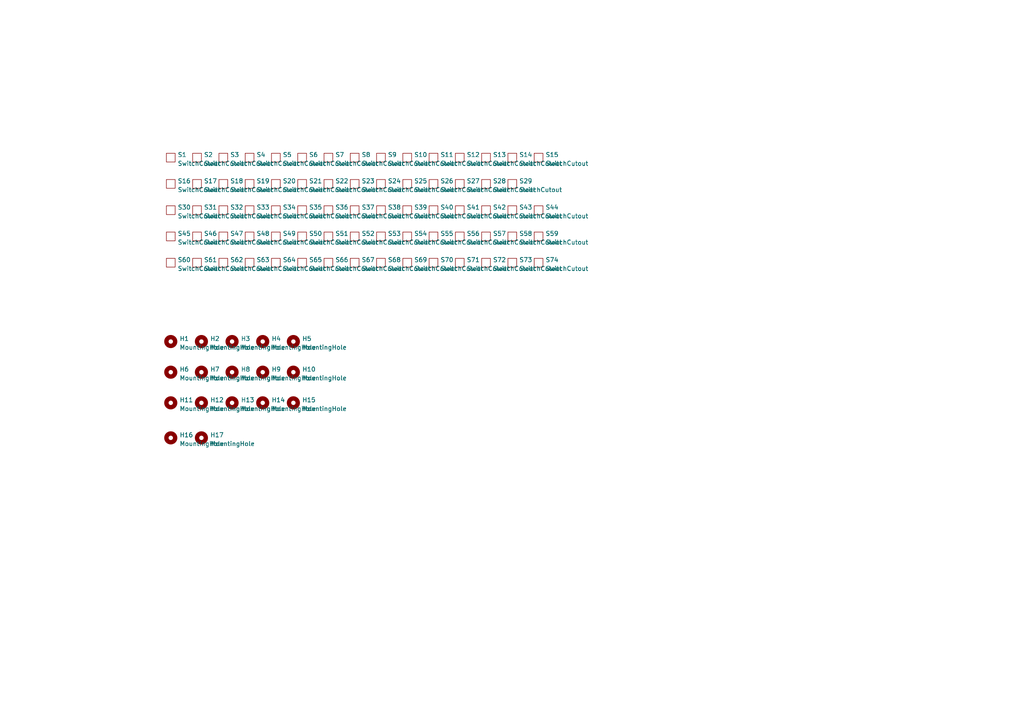
<source format=kicad_sch>
(kicad_sch (version 20211123) (generator eeschema)
  (paper "A4")
  (lib_symbols
    (symbol "Mechanical:MountingHole" (pin_names (offset 1.016))
      (property "Reference" "H" (at 0 5.08 0))
      (property "Value" "MountingHole" (at 0 3.175 0))
      (symbol "MountingHole_0_1"
        (circle (center 0 0) (radius 1.27) (stroke (width 1.27)))
      )
    )
    (symbol "MySym:SwitchCutout"
      (property "Reference" "S" (at 0 2.54 0))
      (property "Value" "SwitchCutout" (at 0 -2.54 0))
      (symbol "SwitchCutout_0_1"
        (rectangle (start -1.27 1.27) (end 1.27 -1.27) (stroke (width 0.1524)))
      )
    )
  )
  (symbol (lib_id "MySym:SwitchCutout") (at 80.01 45.72 0) (unit 1)
    (property "Reference" "S5" (at 81.9912 44.8853 0) (effects (justify left)))
    (property "Value" "SwitchCutout" (at 81.9912 47.4222 0) (effects (justify left)))
    (property "Footprint" "MyFootprints:Switch_Cutout" (effects hide))
  )
  (symbol (lib_id "MySym:SwitchCutout") (at 64.77 68.58 0) (unit 1)
    (property "Reference" "S47" (at 66.7512 67.7453 0) (effects (justify left)))
    (property "Value" "SwitchCutout" (at 66.7512 70.2822 0) (effects (justify left)))
    (property "Footprint" "MyFootprints:Switch_Cutout" (effects hide))
  )
  (symbol (lib_id "MySym:SwitchCutout") (at 133.35 76.2 0) (unit 1)
    (property "Reference" "S71" (at 135.3312 75.3653 0) (effects (justify left)))
    (property "Value" "SwitchCutout" (at 135.3312 77.9022 0) (effects (justify left)))
    (property "Footprint" "MyFootprints:Switch_Cutout" (effects hide))
  )
  (symbol (lib_id "MySym:SwitchCutout") (at 87.63 53.34 0) (unit 1)
    (property "Reference" "S21" (at 89.6112 52.5053 0) (effects (justify left)))
    (property "Value" "SwitchCutout" (at 89.6112 55.0422 0) (effects (justify left)))
    (property "Footprint" "MyFootprints:Switch_Cutout" (effects hide))
  )
  (symbol (lib_id "Mechanical:MountingHole") (at 85.09 99.06 0) (unit 1)
    (property "Reference" "H5" (at 87.63 98.2253 0) (effects (justify left)))
    (property "Value" "MountingHole" (at 87.63 100.7622 0) (effects (justify left)))
    (property "Footprint" "MyFootprints:MountingHole_1.7mm_M1.6_Pad" (effects hide))
  )
  (symbol (lib_id "MySym:SwitchCutout") (at 64.77 76.2 0) (unit 1)
    (property "Reference" "S62" (at 66.7512 75.3653 0) (effects (justify left)))
    (property "Value" "SwitchCutout" (at 66.7512 77.9022 0) (effects (justify left)))
    (property "Footprint" "MyFootprints:Switch_Cutout" (effects hide))
  )
  (symbol (lib_id "MySym:SwitchCutout") (at 156.21 45.72 0) (unit 1)
    (property "Reference" "S15" (at 158.1912 44.8853 0) (effects (justify left)))
    (property "Value" "SwitchCutout" (at 158.1912 47.4222 0) (effects (justify left)))
    (property "Footprint" "MyFootprints:Switch_Cutout" (effects hide))
  )
  (symbol (lib_id "MySym:SwitchCutout") (at 125.73 68.58 0) (unit 1)
    (property "Reference" "S55" (at 127.7112 67.7453 0) (effects (justify left)))
    (property "Value" "SwitchCutout" (at 127.7112 70.2822 0) (effects (justify left)))
    (property "Footprint" "MyFootprints:Switch_Cutout" (effects hide))
  )
  (symbol (lib_id "MySym:SwitchCutout") (at 64.77 60.96 0) (unit 1)
    (property "Reference" "S32" (at 66.7512 60.1253 0) (effects (justify left)))
    (property "Value" "SwitchCutout" (at 66.7512 62.6622 0) (effects (justify left)))
    (property "Footprint" "MyFootprints:Switch_Cutout" (effects hide))
  )
  (symbol (lib_id "MySym:SwitchCutout") (at 57.15 76.2 0) (unit 1)
    (property "Reference" "S61" (at 59.1312 75.3653 0) (effects (justify left)))
    (property "Value" "SwitchCutout" (at 59.1312 77.9022 0) (effects (justify left)))
    (property "Footprint" "MyFootprints:Switch_Cutout" (effects hide))
  )
  (symbol (lib_id "MySym:SwitchCutout") (at 148.59 45.72 0) (unit 1)
    (property "Reference" "S14" (at 150.5712 44.8853 0) (effects (justify left)))
    (property "Value" "SwitchCutout" (at 150.5712 47.4222 0) (effects (justify left)))
    (property "Footprint" "MyFootprints:Switch_Cutout" (effects hide))
  )
  (symbol (lib_id "MySym:SwitchCutout") (at 72.39 60.96 0) (unit 1)
    (property "Reference" "S33" (at 74.3712 60.1253 0) (effects (justify left)))
    (property "Value" "SwitchCutout" (at 74.3712 62.6622 0) (effects (justify left)))
    (property "Footprint" "MyFootprints:Switch_Cutout" (effects hide))
  )
  (symbol (lib_id "Mechanical:MountingHole") (at 58.42 99.06 0) (unit 1)
    (property "Reference" "H2" (at 60.96 98.2253 0) (effects (justify left)))
    (property "Value" "MountingHole" (at 60.96 100.7622 0) (effects (justify left)))
    (property "Footprint" "MyFootprints:MountingHole_1.7mm_M1.6_Pad" (effects hide))
  )
  (symbol (lib_id "Mechanical:MountingHole") (at 67.31 107.95 0) (unit 1)
    (property "Reference" "H8" (at 69.85 107.1153 0) (effects (justify left)))
    (property "Value" "MountingHole" (at 69.85 109.6522 0) (effects (justify left)))
    (property "Footprint" "MyFootprints:MountingHole_1.7mm_M1.6_Pad" (effects hide))
  )
  (symbol (lib_id "MySym:SwitchCutout") (at 156.21 76.2 0) (unit 1)
    (property "Reference" "S74" (at 158.1912 75.3653 0) (effects (justify left)))
    (property "Value" "SwitchCutout" (at 158.1912 77.9022 0) (effects (justify left)))
    (property "Footprint" "MyFootprints:Switch_Cutout" (effects hide))
  )
  (symbol (lib_id "MySym:SwitchCutout") (at 95.25 60.96 0) (unit 1)
    (property "Reference" "S36" (at 97.2312 60.1253 0) (effects (justify left)))
    (property "Value" "SwitchCutout" (at 97.2312 62.6622 0) (effects (justify left)))
    (property "Footprint" "MyFootprints:Switch_Cutout" (effects hide))
  )
  (symbol (lib_id "MySym:SwitchCutout") (at 72.39 68.58 0) (unit 1)
    (property "Reference" "S48" (at 74.3712 67.7453 0) (effects (justify left)))
    (property "Value" "SwitchCutout" (at 74.3712 70.2822 0) (effects (justify left)))
    (property "Footprint" "MyFootprints:Switch_Cutout" (effects hide))
  )
  (symbol (lib_id "MySym:SwitchCutout") (at 95.25 53.34 0) (unit 1)
    (property "Reference" "S22" (at 97.2312 52.5053 0) (effects (justify left)))
    (property "Value" "SwitchCutout" (at 97.2312 55.0422 0) (effects (justify left)))
    (property "Footprint" "MyFootprints:Switch_Cutout" (effects hide))
  )
  (symbol (lib_id "MySym:SwitchCutout") (at 57.15 68.58 0) (unit 1)
    (property "Reference" "S46" (at 59.1312 67.7453 0) (effects (justify left)))
    (property "Value" "SwitchCutout" (at 59.1312 70.2822 0) (effects (justify left)))
    (property "Footprint" "MyFootprints:Switch_Cutout" (effects hide))
  )
  (symbol (lib_id "MySym:SwitchCutout") (at 102.87 53.34 0) (unit 1)
    (property "Reference" "S23" (at 104.8512 52.5053 0) (effects (justify left)))
    (property "Value" "SwitchCutout" (at 104.8512 55.0422 0) (effects (justify left)))
    (property "Footprint" "MyFootprints:Switch_Cutout" (effects hide))
  )
  (symbol (lib_id "MySym:SwitchCutout") (at 87.63 76.2 0) (unit 1)
    (property "Reference" "S65" (at 89.6112 75.3653 0) (effects (justify left)))
    (property "Value" "SwitchCutout" (at 89.6112 77.9022 0) (effects (justify left)))
    (property "Footprint" "MyFootprints:Switch_Cutout" (effects hide))
  )
  (symbol (lib_id "MySym:SwitchCutout") (at 95.25 68.58 0) (unit 1)
    (property "Reference" "S51" (at 97.2312 67.7453 0) (effects (justify left)))
    (property "Value" "SwitchCutout" (at 97.2312 70.2822 0) (effects (justify left)))
    (property "Footprint" "MyFootprints:Switch_Cutout" (effects hide))
  )
  (symbol (lib_id "MySym:SwitchCutout") (at 140.97 76.2 0) (unit 1)
    (property "Reference" "S72" (at 142.9512 75.3653 0) (effects (justify left)))
    (property "Value" "SwitchCutout" (at 142.9512 77.9022 0) (effects (justify left)))
    (property "Footprint" "MyFootprints:Switch_Cutout" (effects hide))
  )
  (symbol (lib_id "MySym:SwitchCutout") (at 80.01 68.58 0) (unit 1)
    (property "Reference" "S49" (at 81.9912 67.7453 0) (effects (justify left)))
    (property "Value" "SwitchCutout" (at 81.9912 70.2822 0) (effects (justify left)))
    (property "Footprint" "MyFootprints:Switch_Cutout" (effects hide))
  )
  (symbol (lib_id "Mechanical:MountingHole") (at 67.31 116.84 0) (unit 1)
    (property "Reference" "H13" (at 69.85 116.0053 0) (effects (justify left)))
    (property "Value" "MountingHole" (at 69.85 118.5422 0) (effects (justify left)))
    (property "Footprint" "MyFootprints:MountingHole_1.7mm_M1.6_Pad" (effects hide))
  )
  (symbol (lib_id "MySym:SwitchCutout") (at 118.11 53.34 0) (unit 1)
    (property "Reference" "S25" (at 120.0912 52.5053 0) (effects (justify left)))
    (property "Value" "SwitchCutout" (at 120.0912 55.0422 0) (effects (justify left)))
    (property "Footprint" "MyFootprints:Switch_Cutout" (effects hide))
  )
  (symbol (lib_id "Mechanical:MountingHole") (at 76.2 116.84 0) (unit 1)
    (property "Reference" "H14" (at 78.74 116.0053 0) (effects (justify left)))
    (property "Value" "MountingHole" (at 78.74 118.5422 0) (effects (justify left)))
    (property "Footprint" "MyFootprints:MountingHole_1.7mm_M1.6_Pad" (effects hide))
  )
  (symbol (lib_id "MySym:SwitchCutout") (at 87.63 68.58 0) (unit 1)
    (property "Reference" "S50" (at 89.6112 67.7453 0) (effects (justify left)))
    (property "Value" "SwitchCutout" (at 89.6112 70.2822 0) (effects (justify left)))
    (property "Footprint" "MyFootprints:Switch_Cutout" (effects hide))
  )
  (symbol (lib_id "MySym:SwitchCutout") (at 102.87 60.96 0) (unit 1)
    (property "Reference" "S37" (at 104.8512 60.1253 0) (effects (justify left)))
    (property "Value" "SwitchCutout" (at 104.8512 62.6622 0) (effects (justify left)))
    (property "Footprint" "MyFootprints:Switch_Cutout" (effects hide))
  )
  (symbol (lib_id "MySym:SwitchCutout") (at 148.59 53.34 0) (unit 1)
    (property "Reference" "S29" (at 150.5712 52.5053 0) (effects (justify left)))
    (property "Value" "SwitchCutout" (at 150.5712 55.0422 0) (effects (justify left)))
    (property "Footprint" "MyFootprints:Switch_Cutout" (effects hide))
  )
  (symbol (lib_id "MySym:SwitchCutout") (at 95.25 45.72 0) (unit 1)
    (property "Reference" "S7" (at 97.2312 44.8853 0) (effects (justify left)))
    (property "Value" "SwitchCutout" (at 97.2312 47.4222 0) (effects (justify left)))
    (property "Footprint" "MyFootprints:Switch_Cutout" (effects hide))
  )
  (symbol (lib_id "MySym:SwitchCutout") (at 140.97 45.72 0) (unit 1)
    (property "Reference" "S13" (at 142.9512 44.8853 0) (effects (justify left)))
    (property "Value" "SwitchCutout" (at 142.9512 47.4222 0) (effects (justify left)))
    (property "Footprint" "MyFootprints:Switch_Cutout" (effects hide))
  )
  (symbol (lib_id "MySym:SwitchCutout") (at 87.63 60.96 0) (unit 1)
    (property "Reference" "S35" (at 89.6112 60.1253 0) (effects (justify left)))
    (property "Value" "SwitchCutout" (at 89.6112 62.6622 0) (effects (justify left)))
    (property "Footprint" "MyFootprints:Switch_Cutout" (effects hide))
  )
  (symbol (lib_id "MySym:SwitchCutout") (at 140.97 60.96 0) (unit 1)
    (property "Reference" "S42" (at 142.9512 60.1253 0) (effects (justify left)))
    (property "Value" "SwitchCutout" (at 142.9512 62.6622 0) (effects (justify left)))
    (property "Footprint" "MyFootprints:Switch_Cutout" (effects hide))
  )
  (symbol (lib_id "MySym:SwitchCutout") (at 118.11 45.72 0) (unit 1)
    (property "Reference" "S10" (at 120.0912 44.8853 0) (effects (justify left)))
    (property "Value" "SwitchCutout" (at 120.0912 47.4222 0) (effects (justify left)))
    (property "Footprint" "MyFootprints:Switch_Cutout" (effects hide))
  )
  (symbol (lib_id "MySym:SwitchCutout") (at 80.01 76.2 0) (unit 1)
    (property "Reference" "S64" (at 81.9912 75.3653 0) (effects (justify left)))
    (property "Value" "SwitchCutout" (at 81.9912 77.9022 0) (effects (justify left)))
    (property "Footprint" "MyFootprints:Switch_Cutout" (effects hide))
  )
  (symbol (lib_id "MySym:SwitchCutout") (at 156.21 68.58 0) (unit 1)
    (property "Reference" "S59" (at 158.1912 67.7453 0) (effects (justify left)))
    (property "Value" "SwitchCutout" (at 158.1912 70.2822 0) (effects (justify left)))
    (property "Footprint" "MyFootprints:Switch_Cutout" (effects hide))
  )
  (symbol (lib_id "Mechanical:MountingHole") (at 49.53 116.84 0) (unit 1)
    (property "Reference" "H11" (at 52.07 116.0053 0) (effects (justify left)))
    (property "Value" "MountingHole" (at 52.07 118.5422 0) (effects (justify left)))
    (property "Footprint" "MyFootprints:MountingHole_1.7mm_M1.6_Pad" (effects hide))
  )
  (symbol (lib_id "MySym:SwitchCutout") (at 118.11 76.2 0) (unit 1)
    (property "Reference" "S69" (at 120.0912 75.3653 0) (effects (justify left)))
    (property "Value" "SwitchCutout" (at 120.0912 77.9022 0) (effects (justify left)))
    (property "Footprint" "MyFootprints:Switch_Cutout" (effects hide))
  )
  (symbol (lib_id "MySym:SwitchCutout") (at 133.35 53.34 0) (unit 1)
    (property "Reference" "S27" (at 135.3312 52.5053 0) (effects (justify left)))
    (property "Value" "SwitchCutout" (at 135.3312 55.0422 0) (effects (justify left)))
    (property "Footprint" "MyFootprints:Switch_Cutout" (effects hide))
  )
  (symbol (lib_id "Mechanical:MountingHole") (at 85.09 107.95 0) (unit 1)
    (property "Reference" "H10" (at 87.63 107.1153 0) (effects (justify left)))
    (property "Value" "MountingHole" (at 87.63 109.6522 0) (effects (justify left)))
    (property "Footprint" "MyFootprints:MountingHole_1.7mm_M1.6_Pad" (effects hide))
  )
  (symbol (lib_id "Mechanical:MountingHole") (at 67.31 99.06 0) (unit 1)
    (property "Reference" "H3" (at 69.85 98.2253 0) (effects (justify left)))
    (property "Value" "MountingHole" (at 69.85 100.7622 0) (effects (justify left)))
    (property "Footprint" "MyFootprints:MountingHole_1.7mm_M1.6_Pad" (effects hide))
  )
  (symbol (lib_id "MySym:SwitchCutout") (at 110.49 76.2 0) (unit 1)
    (property "Reference" "S68" (at 112.4712 75.3653 0) (effects (justify left)))
    (property "Value" "SwitchCutout" (at 112.4712 77.9022 0) (effects (justify left)))
    (property "Footprint" "MyFootprints:Switch_Cutout" (effects hide))
  )
  (symbol (lib_id "MySym:SwitchCutout") (at 118.11 68.58 0) (unit 1)
    (property "Reference" "S54" (at 120.0912 67.7453 0) (effects (justify left)))
    (property "Value" "SwitchCutout" (at 120.0912 70.2822 0) (effects (justify left)))
    (property "Footprint" "MyFootprints:Switch_Cutout" (effects hide))
  )
  (symbol (lib_id "Mechanical:MountingHole") (at 58.42 107.95 0) (unit 1)
    (property "Reference" "H7" (at 60.96 107.1153 0) (effects (justify left)))
    (property "Value" "MountingHole" (at 60.96 109.6522 0) (effects (justify left)))
    (property "Footprint" "MyFootprints:MountingHole_1.7mm_M1.6_Pad" (effects hide))
  )
  (symbol (lib_id "MySym:SwitchCutout") (at 125.73 45.72 0) (unit 1)
    (property "Reference" "S11" (at 127.7112 44.8853 0) (effects (justify left)))
    (property "Value" "SwitchCutout" (at 127.7112 47.4222 0) (effects (justify left)))
    (property "Footprint" "MyFootprints:Switch_Cutout" (effects hide))
  )
  (symbol (lib_id "MySym:SwitchCutout") (at 80.01 53.34 0) (unit 1)
    (property "Reference" "S20" (at 81.9912 52.5053 0) (effects (justify left)))
    (property "Value" "SwitchCutout" (at 81.9912 55.0422 0) (effects (justify left)))
    (property "Footprint" "MyFootprints:Switch_Cutout" (effects hide))
  )
  (symbol (lib_id "MySym:SwitchCutout") (at 57.15 53.34 0) (unit 1)
    (property "Reference" "S17" (at 59.1312 52.5053 0) (effects (justify left)))
    (property "Value" "SwitchCutout" (at 59.1312 55.0422 0) (effects (justify left)))
    (property "Footprint" "MyFootprints:Switch_Cutout" (effects hide))
  )
  (symbol (lib_id "MySym:SwitchCutout") (at 72.39 76.2 0) (unit 1)
    (property "Reference" "S63" (at 74.3712 75.3653 0) (effects (justify left)))
    (property "Value" "SwitchCutout" (at 74.3712 77.9022 0) (effects (justify left)))
    (property "Footprint" "MyFootprints:Switch_Cutout" (effects hide))
  )
  (symbol (lib_id "MySym:SwitchCutout") (at 80.01 60.96 0) (unit 1)
    (property "Reference" "S34" (at 81.9912 60.1253 0) (effects (justify left)))
    (property "Value" "SwitchCutout" (at 81.9912 62.6622 0) (effects (justify left)))
    (property "Footprint" "MyFootprints:Switch_Cutout" (effects hide))
  )
  (symbol (lib_id "Mechanical:MountingHole") (at 49.53 99.06 0) (unit 1)
    (property "Reference" "H1" (at 52.07 98.2253 0) (effects (justify left)))
    (property "Value" "MountingHole" (at 52.07 100.7622 0) (effects (justify left)))
    (property "Footprint" "MyFootprints:MountingHole_1.7mm_M1.6_Pad" (effects hide))
  )
  (symbol (lib_id "MySym:SwitchCutout") (at 133.35 45.72 0) (unit 1)
    (property "Reference" "S12" (at 135.3312 44.8853 0) (effects (justify left)))
    (property "Value" "SwitchCutout" (at 135.3312 47.4222 0) (effects (justify left)))
    (property "Footprint" "MyFootprints:Switch_Cutout" (effects hide))
  )
  (symbol (lib_id "MySym:SwitchCutout") (at 64.77 45.72 0) (unit 1)
    (property "Reference" "S3" (at 66.7512 44.8853 0) (effects (justify left)))
    (property "Value" "SwitchCutout" (at 66.7512 47.4222 0) (effects (justify left)))
    (property "Footprint" "MyFootprints:Switch_Cutout" (effects hide))
  )
  (symbol (lib_id "MySym:SwitchCutout") (at 125.73 53.34 0) (unit 1)
    (property "Reference" "S26" (at 127.7112 52.5053 0) (effects (justify left)))
    (property "Value" "SwitchCutout" (at 127.7112 55.0422 0) (effects (justify left)))
    (property "Footprint" "MyFootprints:Switch_Cutout" (effects hide))
  )
  (symbol (lib_id "MySym:SwitchCutout") (at 110.49 68.58 0) (unit 1)
    (property "Reference" "S53" (at 112.4712 67.7453 0) (effects (justify left)))
    (property "Value" "SwitchCutout" (at 112.4712 70.2822 0) (effects (justify left)))
    (property "Footprint" "MyFootprints:Switch_Cutout" (effects hide))
  )
  (symbol (lib_id "MySym:SwitchCutout") (at 140.97 53.34 0) (unit 1)
    (property "Reference" "S28" (at 142.9512 52.5053 0) (effects (justify left)))
    (property "Value" "SwitchCutout" (at 142.9512 55.0422 0) (effects (justify left)))
    (property "Footprint" "MyFootprints:Switch_Cutout" (effects hide))
  )
  (symbol (lib_id "MySym:SwitchCutout") (at 95.25 76.2 0) (unit 1)
    (property "Reference" "S66" (at 97.2312 75.3653 0) (effects (justify left)))
    (property "Value" "SwitchCutout" (at 97.2312 77.9022 0) (effects (justify left)))
    (property "Footprint" "MyFootprints:Switch_Cutout" (effects hide))
  )
  (symbol (lib_id "MySym:SwitchCutout") (at 118.11 60.96 0) (unit 1)
    (property "Reference" "S39" (at 120.0912 60.1253 0) (effects (justify left)))
    (property "Value" "SwitchCutout" (at 120.0912 62.6622 0) (effects (justify left)))
    (property "Footprint" "MyFootprints:Switch_Cutout" (effects hide))
  )
  (symbol (lib_id "MySym:SwitchCutout") (at 49.53 68.58 0) (unit 1)
    (property "Reference" "S45" (at 51.5112 67.7453 0) (effects (justify left)))
    (property "Value" "SwitchCutout" (at 51.5112 70.2822 0) (effects (justify left)))
    (property "Footprint" "MyFootprints:Switch_Cutout" (effects hide))
  )
  (symbol (lib_id "MySym:SwitchCutout") (at 49.53 53.34 0) (unit 1)
    (property "Reference" "S16" (at 51.5112 52.5053 0) (effects (justify left)))
    (property "Value" "SwitchCutout" (at 51.5112 55.0422 0) (effects (justify left)))
    (property "Footprint" "MyFootprints:Switch_Cutout" (effects hide))
  )
  (symbol (lib_id "Mechanical:MountingHole") (at 58.42 127 0) (unit 1)
    (property "Reference" "H17" (at 60.96 126.1653 0) (effects (justify left)))
    (property "Value" "MountingHole" (at 60.96 128.7022 0) (effects (justify left)))
    (property "Footprint" "MyFootprints:MountingHole_1.7mm_M1.6_Pad" (effects hide))
  )
  (symbol (lib_id "Mechanical:MountingHole") (at 49.53 127 0) (unit 1)
    (property "Reference" "H16" (at 52.07 126.1653 0) (effects (justify left)))
    (property "Value" "MountingHole" (at 52.07 128.7022 0) (effects (justify left)))
    (property "Footprint" "MyFootprints:MountingHole_1.7mm_M1.6_Pad" (effects hide))
  )
  (symbol (lib_id "Mechanical:MountingHole") (at 49.53 107.95 0) (unit 1)
    (property "Reference" "H6" (at 52.07 107.1153 0) (effects (justify left)))
    (property "Value" "MountingHole" (at 52.07 109.6522 0) (effects (justify left)))
    (property "Footprint" "MyFootprints:MountingHole_1.7mm_M1.6_Pad" (effects hide))
  )
  (symbol (lib_id "MySym:SwitchCutout") (at 125.73 60.96 0) (unit 1)
    (property "Reference" "S40" (at 127.7112 60.1253 0) (effects (justify left)))
    (property "Value" "SwitchCutout" (at 127.7112 62.6622 0) (effects (justify left)))
    (property "Footprint" "MyFootprints:Switch_Cutout" (effects hide))
  )
  (symbol (lib_id "Mechanical:MountingHole") (at 85.09 116.84 0) (unit 1)
    (property "Reference" "H15" (at 87.63 116.0053 0) (effects (justify left)))
    (property "Value" "MountingHole" (at 87.63 118.5422 0) (effects (justify left)))
    (property "Footprint" "MyFootprints:MountingHole_1.7mm_M1.6_Pad" (effects hide))
  )
  (symbol (lib_id "MySym:SwitchCutout") (at 133.35 60.96 0) (unit 1)
    (property "Reference" "S41" (at 135.3312 60.1253 0) (effects (justify left)))
    (property "Value" "SwitchCutout" (at 135.3312 62.6622 0) (effects (justify left)))
    (property "Footprint" "MyFootprints:Switch_Cutout" (effects hide))
  )
  (symbol (lib_id "MySym:SwitchCutout") (at 49.53 60.96 0) (unit 1)
    (property "Reference" "S30" (at 51.5112 60.1253 0) (effects (justify left)))
    (property "Value" "SwitchCutout" (at 51.5112 62.6622 0) (effects (justify left)))
    (property "Footprint" "MyFootprints:Switch_Cutout" (effects hide))
  )
  (symbol (lib_id "MySym:SwitchCutout") (at 102.87 76.2 0) (unit 1)
    (property "Reference" "S67" (at 104.8512 75.3653 0) (effects (justify left)))
    (property "Value" "SwitchCutout" (at 104.8512 77.9022 0) (effects (justify left)))
    (property "Footprint" "MyFootprints:Switch_Cutout" (effects hide))
  )
  (symbol (lib_id "MySym:SwitchCutout") (at 57.15 45.72 0) (unit 1)
    (property "Reference" "S2" (at 59.1312 44.8853 0) (effects (justify left)))
    (property "Value" "SwitchCutout" (at 59.1312 47.4222 0) (effects (justify left)))
    (property "Footprint" "MyFootprints:Switch_Cutout" (effects hide))
  )
  (symbol (lib_id "Mechanical:MountingHole") (at 76.2 107.95 0) (unit 1)
    (property "Reference" "H9" (at 78.74 107.1153 0) (effects (justify left)))
    (property "Value" "MountingHole" (at 78.74 109.6522 0) (effects (justify left)))
    (property "Footprint" "MyFootprints:MountingHole_1.7mm_M1.6_Pad" (effects hide))
  )
  (symbol (lib_id "MySym:SwitchCutout") (at 148.59 76.2 0) (unit 1)
    (property "Reference" "S73" (at 150.5712 75.3653 0) (effects (justify left)))
    (property "Value" "SwitchCutout" (at 150.5712 77.9022 0) (effects (justify left)))
    (property "Footprint" "MyFootprints:Switch_Cutout" (effects hide))
  )
  (symbol (lib_id "MySym:SwitchCutout") (at 110.49 60.96 0) (unit 1)
    (property "Reference" "S38" (at 112.4712 60.1253 0) (effects (justify left)))
    (property "Value" "SwitchCutout" (at 112.4712 62.6622 0) (effects (justify left)))
    (property "Footprint" "MyFootprints:Switch_Cutout" (effects hide))
  )
  (symbol (lib_id "MySym:SwitchCutout") (at 148.59 60.96 0) (unit 1)
    (property "Reference" "S43" (at 150.5712 60.1253 0) (effects (justify left)))
    (property "Value" "SwitchCutout" (at 150.5712 62.6622 0) (effects (justify left)))
    (property "Footprint" "MyFootprints:Switch_Cutout" (effects hide))
  )
  (symbol (lib_id "MySym:SwitchCutout") (at 110.49 45.72 0) (unit 1)
    (property "Reference" "S9" (at 112.4712 44.8853 0) (effects (justify left)))
    (property "Value" "SwitchCutout" (at 112.4712 47.4222 0) (effects (justify left)))
    (property "Footprint" "MyFootprints:Switch_Cutout" (effects hide))
  )
  (symbol (lib_id "MySym:SwitchCutout") (at 156.21 60.96 0) (unit 1)
    (property "Reference" "S44" (at 158.1912 60.1253 0) (effects (justify left)))
    (property "Value" "SwitchCutout" (at 158.1912 62.6622 0) (effects (justify left)))
    (property "Footprint" "MyFootprints:Switch_Cutout" (effects hide))
  )
  (symbol (lib_id "MySym:SwitchCutout") (at 140.97 68.58 0) (unit 1)
    (property "Reference" "S57" (at 142.9512 67.7453 0) (effects (justify left)))
    (property "Value" "SwitchCutout" (at 142.9512 70.2822 0) (effects (justify left)))
    (property "Footprint" "MyFootprints:Switch_Cutout" (effects hide))
  )
  (symbol (lib_id "MySym:SwitchCutout") (at 133.35 68.58 0) (unit 1)
    (property "Reference" "S56" (at 135.3312 67.7453 0) (effects (justify left)))
    (property "Value" "SwitchCutout" (at 135.3312 70.2822 0) (effects (justify left)))
    (property "Footprint" "MyFootprints:Switch_Cutout" (effects hide))
  )
  (symbol (lib_id "MySym:SwitchCutout") (at 110.49 53.34 0) (unit 1)
    (property "Reference" "S24" (at 112.4712 52.5053 0) (effects (justify left)))
    (property "Value" "SwitchCutout" (at 112.4712 55.0422 0) (effects (justify left)))
    (property "Footprint" "MyFootprints:Switch_Cutout" (effects hide))
  )
  (symbol (lib_id "MySym:SwitchCutout") (at 64.77 53.34 0) (unit 1)
    (property "Reference" "S18" (at 66.7512 52.5053 0) (effects (justify left)))
    (property "Value" "SwitchCutout" (at 66.7512 55.0422 0) (effects (justify left)))
    (property "Footprint" "MyFootprints:Switch_Cutout" (effects hide))
  )
  (symbol (lib_id "MySym:SwitchCutout") (at 87.63 45.72 0) (unit 1)
    (property "Reference" "S6" (at 89.6112 44.8853 0) (effects (justify left)))
    (property "Value" "SwitchCutout" (at 89.6112 47.4222 0) (effects (justify left)))
    (property "Footprint" "MyFootprints:Switch_Cutout" (effects hide))
  )
  (symbol (lib_id "MySym:SwitchCutout") (at 49.53 45.72 0) (unit 1)
    (property "Reference" "S1" (at 51.5112 44.8853 0) (effects (justify left)))
    (property "Value" "SwitchCutout" (at 51.5112 47.4222 0) (effects (justify left)))
    (property "Footprint" "MyFootprints:Switch_Cutout" (effects hide))
  )
  (symbol (lib_id "MySym:SwitchCutout") (at 102.87 68.58 0) (unit 1)
    (property "Reference" "S52" (at 104.8512 67.7453 0) (effects (justify left)))
    (property "Value" "SwitchCutout" (at 104.8512 70.2822 0) (effects (justify left)))
    (property "Footprint" "MyFootprints:Switch_Cutout" (effects hide))
  )
  (symbol (lib_id "MySym:SwitchCutout") (at 148.59 68.58 0) (unit 1)
    (property "Reference" "S58" (at 150.5712 67.7453 0) (effects (justify left)))
    (property "Value" "SwitchCutout" (at 150.5712 70.2822 0) (effects (justify left)))
    (property "Footprint" "MyFootprints:Switch_Cutout" (effects hide))
  )
  (symbol (lib_id "MySym:SwitchCutout") (at 125.73 76.2 0) (unit 1)
    (property "Reference" "S70" (at 127.7112 75.3653 0) (effects (justify left)))
    (property "Value" "SwitchCutout" (at 127.7112 77.9022 0) (effects (justify left)))
    (property "Footprint" "MyFootprints:Switch_Cutout" (effects hide))
  )
  (symbol (lib_id "MySym:SwitchCutout") (at 72.39 45.72 0) (unit 1)
    (property "Reference" "S4" (at 74.3712 44.8853 0) (effects (justify left)))
    (property "Value" "SwitchCutout" (at 74.3712 47.4222 0) (effects (justify left)))
    (property "Footprint" "MyFootprints:Switch_Cutout" (effects hide))
  )
  (symbol (lib_id "MySym:SwitchCutout") (at 57.15 60.96 0) (unit 1)
    (property "Reference" "S31" (at 59.1312 60.1253 0) (effects (justify left)))
    (property "Value" "SwitchCutout" (at 59.1312 62.6622 0) (effects (justify left)))
    (property "Footprint" "MyFootprints:Switch_Cutout" (effects hide))
  )
  (symbol (lib_id "MySym:SwitchCutout") (at 72.39 53.34 0) (unit 1)
    (property "Reference" "S19" (at 74.3712 52.5053 0) (effects (justify left)))
    (property "Value" "SwitchCutout" (at 74.3712 55.0422 0) (effects (justify left)))
    (property "Footprint" "MyFootprints:Switch_Cutout" (effects hide))
  )
  (symbol (lib_id "MySym:SwitchCutout") (at 102.87 45.72 0) (unit 1)
    (property "Reference" "S8" (at 104.8512 44.8853 0) (effects (justify left)))
    (property "Value" "SwitchCutout" (at 104.8512 47.4222 0) (effects (justify left)))
    (property "Footprint" "MyFootprints:Switch_Cutout" (effects hide))
  )
  (symbol (lib_id "Mechanical:MountingHole") (at 76.2 99.06 0) (unit 1)
    (property "Reference" "H4" (at 78.74 98.2253 0) (effects (justify left)))
    (property "Value" "MountingHole" (at 78.74 100.7622 0) (effects (justify left)))
    (property "Footprint" "MyFootprints:MountingHole_1.7mm_M1.6_Pad" (effects hide))
  )
  (symbol (lib_id "MySym:SwitchCutout") (at 49.53 76.2 0) (unit 1)
    (property "Reference" "S60" (at 51.5112 75.3653 0) (effects (justify left)))
    (property "Value" "SwitchCutout" (at 51.5112 77.9022 0) (effects (justify left)))
    (property "Footprint" "MyFootprints:Switch_Cutout" (effects hide))
  )
  (symbol (lib_id "Mechanical:MountingHole") (at 58.42 116.84 0) (unit 1)
    (property "Reference" "H12" (at 60.96 116.0053 0) (effects (justify left)))
    (property "Value" "MountingHole" (at 60.96 118.5422 0) (effects (justify left)))
    (property "Footprint" "MyFootprints:MountingHole_1.7mm_M1.6_Pad" (effects hide))
  )
)
</source>
